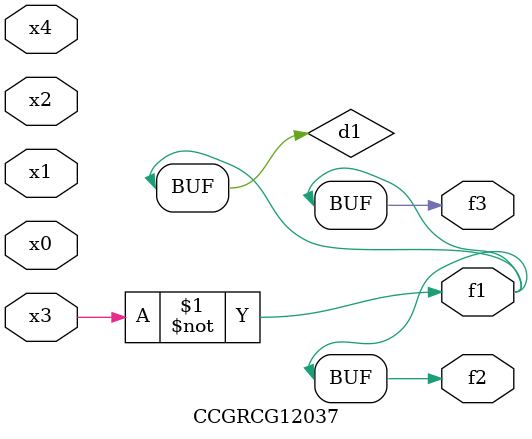
<source format=v>
module CCGRCG12037(
	input x0, x1, x2, x3, x4,
	output f1, f2, f3
);

	wire d1, d2;

	xnor (d1, x3);
	not (d2, x1);
	assign f1 = d1;
	assign f2 = d1;
	assign f3 = d1;
endmodule

</source>
